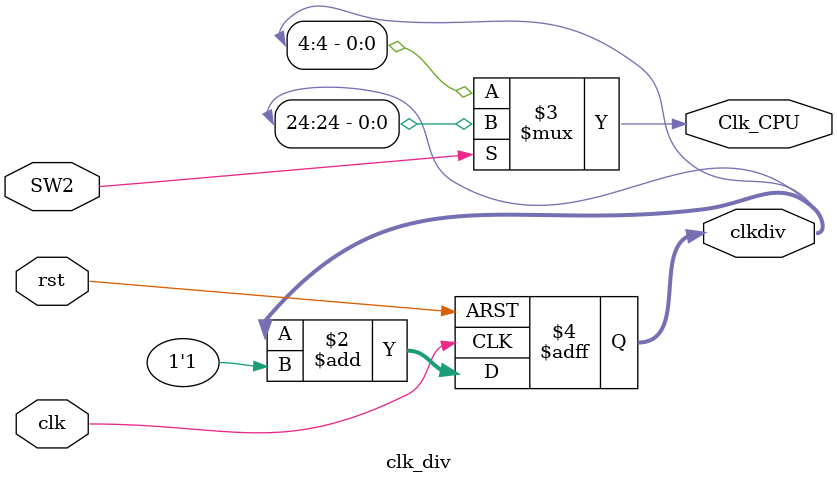
<source format=v>
`timescale 1ns / 1ps
module clk_div(input clk,
					input rst,
					input SW2,
					output reg[31:0]clkdiv,
					output Clk_CPU
					);
					
// Clock divider-Ê±ÖÓ·ÖÆµÆ÷


	always @ (posedge clk or posedge rst) begin 
		if (rst) clkdiv <= 0; else clkdiv <= clkdiv + 1'b1; end
		
	assign Clk_CPU=(SW2)? clkdiv[24] : clkdiv[4];
		
endmodule

</source>
